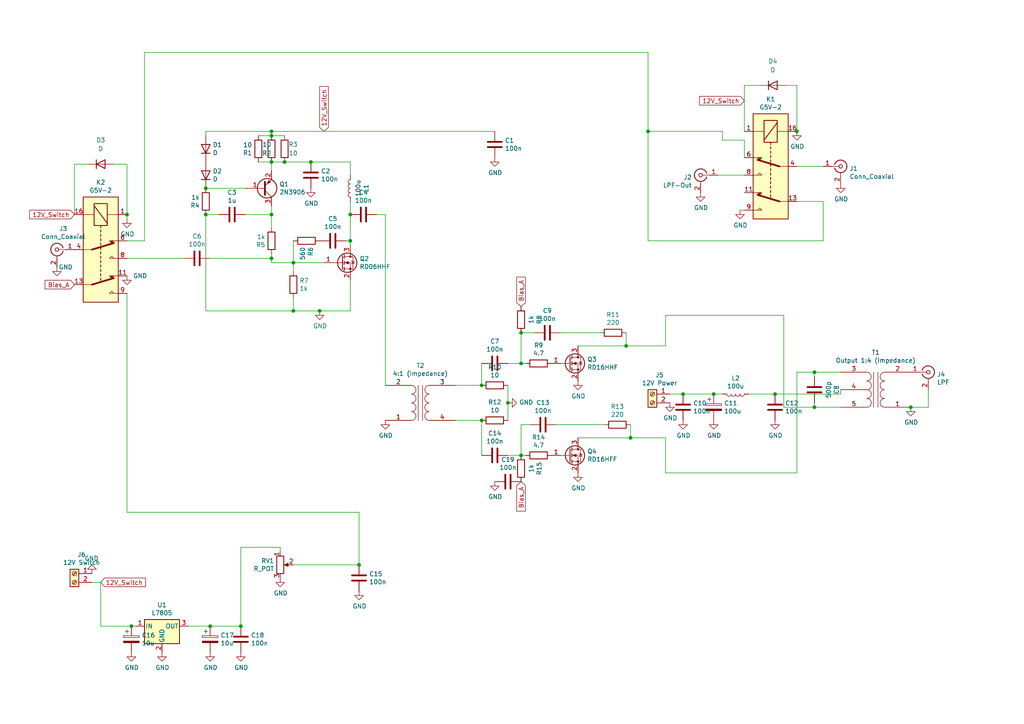
<source format=kicad_sch>
(kicad_sch (version 20211123) (generator eeschema)
  (paper "A4")
  (lib_symbols
    (symbol "Connector:Conn_Coaxial" (pin_names (offset 1.016) hide)
      (property "Reference" "J" (at 0.254 3.048 0))
      (property "Value" "Conn_Coaxial" (at 2.921 0 90))
      (symbol "Conn_Coaxial_0_1"
        (arc (start -1.778 -0.508) (mid 0.222 -1.808) (end 1.778 0) (stroke (width 0.254)))
        (polyline (pts (xy -2.54 0) (xy -0.508 0)))
        (polyline (pts (xy 0 -2.54) (xy 0 -1.778)))
        (circle (center 0 0) (radius 0.508) (stroke (width 0.2032)))
        (arc (start 1.778 0) (mid 0.222 1.8083) (end -1.778 0.508) (stroke (width 0.254)))
      )
      (symbol "Conn_Coaxial_1_1"
        (pin passive line (at -5.08 0 0) (length 2.54) (name "In") (number "1"))
        (pin passive line (at 0 -5.08 90) (length 2.54) (name "Ext") (number "2"))
      )
    )
    (symbol "Connector:Screw_Terminal_01x02" (pin_names (offset 1.016) hide)
      (property "Reference" "J" (at 0 2.54 0))
      (property "Value" "Screw_Terminal_01x02" (at 0 -5.08 0))
      (symbol "Screw_Terminal_01x02_1_1"
        (rectangle (start -1.27 1.27) (end 1.27 -3.81) (stroke (width 0.254)) (fill (type background)))
        (circle (center 0 -2.54) (radius 0.635) (stroke (width 0.1524)))
        (polyline (pts (xy -0.5334 -2.2098) (xy 0.3302 -3.048)) (stroke (width 0.1524)))
        (polyline (pts (xy -0.5334 0.3302) (xy 0.3302 -0.508)) (stroke (width 0.1524)))
        (polyline (pts (xy -0.3556 -2.032) (xy 0.508 -2.8702)) (stroke (width 0.1524)))
        (polyline (pts (xy -0.3556 0.508) (xy 0.508 -0.3302)) (stroke (width 0.1524)))
        (circle (center 0 0) (radius 0.635) (stroke (width 0.1524)))
        (pin passive line (at -5.08 0 0) (length 3.81) (name "Pin_1") (number "1"))
        (pin passive line (at -5.08 -2.54 0) (length 3.81) (name "Pin_2") (number "2"))
      )
    )
    (symbol "Device:C" (pin_numbers hide) (pin_names (offset 0.254))
      (property "Reference" "C" (at 0.635 2.54 0))
      (property "Value" "C" (at 0.635 -2.54 0))
      (symbol "C_0_1"
        (polyline (pts (xy -2.032 -0.762) (xy 2.032 -0.762)) (stroke (width 0.508)))
        (polyline (pts (xy -2.032 0.762) (xy 2.032 0.762)) (stroke (width 0.508)))
      )
      (symbol "C_1_1"
        (pin passive line (at 0 3.81 270) (length 2.794) (name "~") (number "1"))
        (pin passive line (at 0 -3.81 90) (length 2.794) (name "~") (number "2"))
      )
    )
    (symbol "Device:CP" (pin_numbers hide) (pin_names (offset 0.254))
      (property "Reference" "C" (at 0.635 2.54 0))
      (property "Value" "Device_CP" (at 0.635 -2.54 0))
      (symbol "CP_0_1"
        (rectangle (start -2.286 0.508) (end 2.286 1.016))
        (polyline (pts (xy -1.778 2.286) (xy -0.762 2.286)))
        (polyline (pts (xy -1.27 2.794) (xy -1.27 1.778)))
        (rectangle (start 2.286 -0.508) (end -2.286 -1.016) (fill (type outline)))
      )
      (symbol "CP_1_1"
        (pin passive line (at 0 3.81 270) (length 2.794) (name "~") (number "1"))
        (pin passive line (at 0 -3.81 90) (length 2.794) (name "~") (number "2"))
      )
    )
    (symbol "Device:D" (pin_numbers hide) (pin_names (offset 1.016) hide)
      (property "Reference" "D" (at 0 2.54 0))
      (property "Value" "D" (at 0 -2.54 0))
      (symbol "D_0_1"
        (polyline (pts (xy -1.27 1.27) (xy -1.27 -1.27)) (stroke (width 0.254)))
        (polyline (pts (xy 1.27 0) (xy -1.27 0)))
        (polyline (pts (xy 1.27 1.27) (xy 1.27 -1.27) (xy -1.27 0) (xy 1.27 1.27)) (stroke (width 0.254)))
      )
      (symbol "D_1_1"
        (pin passive line (at -3.81 0 0) (length 2.54) (name "K") (number "1"))
        (pin passive line (at 3.81 0 180) (length 2.54) (name "A") (number "2"))
      )
    )
    (symbol "Device:L" (pin_numbers hide) (pin_names (offset 1.016) hide)
      (property "Reference" "L" (at -1.27 0 90))
      (property "Value" "L" (at 1.905 0 90))
      (symbol "L_0_1"
        (arc (start 0 -2.54) (mid 0.635 -1.905) (end 0 -1.27))
        (arc (start 0 -1.27) (mid 0.635 -0.635) (end 0 0))
        (arc (start 0 0) (mid 0.635 0.635) (end 0 1.27))
        (arc (start 0 1.27) (mid 0.635 1.905) (end 0 2.54))
      )
      (symbol "L_1_1"
        (pin passive line (at 0 3.81 270) (length 1.27) (name "1") (number "1"))
        (pin passive line (at 0 -3.81 90) (length 1.27) (name "2") (number "2"))
      )
    )
    (symbol "Device:Q_NMOS_GSD" (pin_names (offset 0) hide)
      (property "Reference" "Q" (at 5.08 1.27 0))
      (property "Value" "Q_NMOS_GSD" (at 5.08 -1.27 0))
      (symbol "Q_NMOS_GSD_0_1"
        (polyline (pts (xy 0.254 0) (xy -2.54 0)))
        (polyline (pts (xy 0.254 1.905) (xy 0.254 -1.905)) (stroke (width 0.254)))
        (polyline (pts (xy 0.762 -1.27) (xy 0.762 -2.286)) (stroke (width 0.254)))
        (polyline (pts (xy 0.762 0.508) (xy 0.762 -0.508)) (stroke (width 0.254)))
        (polyline (pts (xy 0.762 2.286) (xy 0.762 1.27)) (stroke (width 0.254)))
        (polyline (pts (xy 2.54 2.54) (xy 2.54 1.778)))
        (polyline (pts (xy 2.54 -2.54) (xy 2.54 0) (xy 0.762 0)))
        (polyline (pts (xy 0.762 -1.778) (xy 3.302 -1.778) (xy 3.302 1.778) (xy 0.762 1.778)))
        (polyline (pts (xy 1.016 0) (xy 2.032 0.381) (xy 2.032 -0.381) (xy 1.016 0)) (fill (type outline)))
        (polyline (pts (xy 2.794 0.508) (xy 2.921 0.381) (xy 3.683 0.381) (xy 3.81 0.254)))
        (polyline (pts (xy 3.302 0.381) (xy 2.921 -0.254) (xy 3.683 -0.254) (xy 3.302 0.381)))
        (circle (center 1.651 0) (radius 2.794) (stroke (width 0.254)))
        (circle (center 2.54 -1.778) (radius 0.254) (fill (type outline)))
        (circle (center 2.54 1.778) (radius 0.254) (fill (type outline)))
      )
      (symbol "Q_NMOS_GSD_1_1"
        (pin input line (at -5.08 0 0) (length 2.54) (name "G") (number "1"))
        (pin passive line (at 2.54 -5.08 90) (length 2.54) (name "S") (number "2"))
        (pin passive line (at 2.54 5.08 270) (length 2.54) (name "D") (number "3"))
      )
    )
    (symbol "Device:R" (pin_numbers hide) (pin_names (offset 0))
      (property "Reference" "R" (at 2.032 0 90))
      (property "Value" "R" (at 0 0 90))
      (symbol "R_0_1"
        (rectangle (start -1.016 -2.54) (end 1.016 2.54) (stroke (width 0.254)))
      )
      (symbol "R_1_1"
        (pin passive line (at 0 3.81 270) (length 1.27) (name "~") (number "1"))
        (pin passive line (at 0 -3.81 90) (length 1.27) (name "~") (number "2"))
      )
    )
    (symbol "Device:R_POT" (pin_names (offset 1.016) hide)
      (property "Reference" "RV" (at -4.445 0 90))
      (property "Value" "Device_R_POT" (at -2.54 0 90))
      (symbol "R_POT_0_1"
        (polyline (pts (xy 2.54 0) (xy 1.524 0)))
        (polyline (pts (xy 1.143 0) (xy 2.286 0.508) (xy 2.286 -0.508) (xy 1.143 0)) (fill (type outline)))
        (rectangle (start 1.016 2.54) (end -1.016 -2.54) (stroke (width 0.254)))
      )
      (symbol "R_POT_1_1"
        (pin passive line (at 0 3.81 270) (length 1.27) (name "1") (number "1"))
        (pin passive line (at 3.81 0 180) (length 1.27) (name "2") (number "2"))
        (pin passive line (at 0 -3.81 90) (length 1.27) (name "3") (number "3"))
      )
    )
    (symbol "Device:Transformer_1P_1S" (pin_names (offset 1.016) hide)
      (property "Reference" "T" (at 0 6.35 0))
      (property "Value" "Transformer_1P_1S" (at 0 -7.62 0))
      (symbol "Transformer_1P_1S_0_1"
        (arc (start -2.54 -5.0546) (mid -1.6561 -4.6863) (end -1.27 -3.81))
        (arc (start -2.54 -2.5146) (mid -1.6561 -2.1463) (end -1.27 -1.27))
        (arc (start -2.54 0.0254) (mid -1.6561 0.3937) (end -1.27 1.27))
        (arc (start -2.54 2.5654) (mid -1.6561 2.9337) (end -1.27 3.81))
        (arc (start -1.27 -3.81) (mid -1.642 -2.912) (end -2.54 -2.54))
        (arc (start -1.27 -1.27) (mid -1.642 -0.372) (end -2.54 0))
        (arc (start -1.27 1.27) (mid -1.642 2.168) (end -2.54 2.54))
        (arc (start -1.27 3.81) (mid -1.642 4.708) (end -2.54 5.08))
        (polyline (pts (xy -0.635 5.08) (xy -0.635 -5.08)))
        (polyline (pts (xy 0.635 -5.08) (xy 0.635 5.08)))
        (arc (start 1.2954 -1.27) (mid 1.6599 -2.1501) (end 2.54 -2.5146))
        (arc (start 1.2954 1.27) (mid 1.6599 0.3899) (end 2.54 0.0254))
        (arc (start 1.2954 3.81) (mid 1.6599 2.9299) (end 2.54 2.5654))
        (arc (start 1.3208 -3.81) (mid 1.6853 -4.6901) (end 2.5654 -5.0546))
        (arc (start 2.54 0) (mid 1.6456 -0.3683) (end 1.2954 -1.27))
        (arc (start 2.54 2.54) (mid 1.6456 2.1717) (end 1.2954 1.27))
        (arc (start 2.54 5.08) (mid 1.6456 4.7117) (end 1.2954 3.81))
        (arc (start 2.5654 -2.54) (mid 1.671 -2.9083) (end 1.3208 -3.81))
      )
      (symbol "Transformer_1P_1S_1_1"
        (pin passive line (at -10.16 5.08 0) (length 7.62) (name "AA") (number "1"))
        (pin passive line (at -10.16 -5.08 0) (length 7.62) (name "AB") (number "2"))
        (pin passive line (at 10.16 -5.08 180) (length 7.62) (name "SA") (number "3"))
        (pin passive line (at 10.16 5.08 180) (length 7.62) (name "SB") (number "4"))
      )
    )
    (symbol "Device:Transformer_1P_SS" (pin_names (offset 1.016) hide)
      (property "Reference" "T" (at 0 6.35 0))
      (property "Value" "Transformer_1P_SS" (at 0 -7.62 0))
      (symbol "Transformer_1P_SS_0_1"
        (arc (start -2.54 -5.0546) (mid -1.6561 -4.6863) (end -1.27 -3.81))
        (arc (start -2.54 -2.5146) (mid -1.6561 -2.1463) (end -1.27 -1.27))
        (arc (start -2.54 0.0254) (mid -1.6561 0.3937) (end -1.27 1.27))
        (arc (start -2.54 2.5654) (mid -1.6561 2.9337) (end -1.27 3.81))
        (arc (start -1.27 -3.81) (mid -1.642 -2.912) (end -2.54 -2.54))
        (arc (start -1.27 -1.27) (mid -1.642 -0.372) (end -2.54 0))
        (arc (start -1.27 1.27) (mid -1.642 2.168) (end -2.54 2.54))
        (arc (start -1.27 3.81) (mid -1.642 4.708) (end -2.54 5.08))
        (polyline (pts (xy -0.635 5.08) (xy -0.635 -5.08)))
        (polyline (pts (xy 0.635 -5.08) (xy 0.635 5.08)))
        (arc (start 1.2954 -1.27) (mid 1.6599 -2.1501) (end 2.54 -2.5146))
        (arc (start 1.2954 1.27) (mid 1.6599 0.3899) (end 2.54 0.0254))
        (arc (start 1.2954 3.81) (mid 1.6599 2.9299) (end 2.54 2.5654))
        (arc (start 1.3208 -3.81) (mid 1.6853 -4.6901) (end 2.5654 -5.0546))
        (arc (start 2.54 0) (mid 1.6456 -0.3683) (end 1.2954 -1.27))
        (arc (start 2.54 2.54) (mid 1.6456 2.1717) (end 1.2954 1.27))
        (arc (start 2.54 5.08) (mid 1.6456 4.7117) (end 1.2954 3.81))
        (arc (start 2.5654 -2.54) (mid 1.671 -2.9083) (end 1.3208 -3.81))
      )
      (symbol "Transformer_1P_SS_1_1"
        (pin passive line (at -10.16 5.08 0) (length 7.62) (name "AA") (number "1"))
        (pin passive line (at -10.16 -5.08 0) (length 7.62) (name "AB") (number "2"))
        (pin passive line (at 10.16 -5.08 180) (length 7.62) (name "SA") (number "3"))
        (pin passive line (at 10.16 0 180) (length 7.62) (name "SC") (number "4"))
        (pin passive line (at 10.16 5.08 180) (length 7.62) (name "SB") (number "5"))
      )
    )
    (symbol "Regulator_Linear:L7805" (pin_names (offset 0.254))
      (property "Reference" "U" (at -3.81 3.175 0))
      (property "Value" "L7805" (at 0 3.175 0))
      (symbol "L7805_0_1"
        (rectangle (start -5.08 1.905) (end 5.08 -5.08) (stroke (width 0.254)) (fill (type background)))
      )
      (symbol "L7805_1_1"
        (pin power_in line (at -7.62 0 0) (length 2.54) (name "IN") (number "1"))
        (pin power_in line (at 0 -7.62 90) (length 2.54) (name "GND") (number "2"))
        (pin power_out line (at 7.62 0 180) (length 2.54) (name "OUT") (number "3"))
      )
    )
    (symbol "Relay:G5V-2"
      (property "Reference" "K" (at 16.51 3.81 0))
      (property "Value" "G5V-2" (at 16.51 1.27 0))
      (symbol "G5V-2_0_1"
        (rectangle (start -15.24 5.08) (end 15.24 -5.08) (stroke (width 0.254)) (fill (type background)))
        (rectangle (start -13.335 1.905) (end -6.985 -1.905) (stroke (width 0.254)))
        (polyline (pts (xy -12.7 -1.905) (xy -7.62 1.905)) (stroke (width 0.254)))
        (polyline (pts (xy -10.16 -5.08) (xy -10.16 -1.905)))
        (polyline (pts (xy -10.16 5.08) (xy -10.16 1.905)))
        (polyline (pts (xy -6.985 0) (xy -6.35 0)) (stroke (width 0.254)))
        (polyline (pts (xy -5.715 0) (xy -5.08 0)) (stroke (width 0.254)))
        (polyline (pts (xy -4.445 0) (xy -3.81 0)) (stroke (width 0.254)))
        (polyline (pts (xy -3.175 0) (xy -2.54 0)) (stroke (width 0.254)))
        (polyline (pts (xy -1.905 0) (xy -1.27 0)) (stroke (width 0.254)))
        (polyline (pts (xy -0.635 0) (xy 0 0)) (stroke (width 0.254)))
        (polyline (pts (xy 0 -2.54) (xy -1.905 3.81)) (stroke (width 0.508)))
        (polyline (pts (xy 0 -2.54) (xy 0 -5.08)))
        (polyline (pts (xy 0.635 0) (xy 1.27 0)) (stroke (width 0.254)))
        (polyline (pts (xy 1.905 0) (xy 2.54 0)) (stroke (width 0.254)))
        (polyline (pts (xy 3.175 0) (xy 3.81 0)) (stroke (width 0.254)))
        (polyline (pts (xy 4.445 0) (xy 5.08 0)) (stroke (width 0.254)))
        (polyline (pts (xy 5.715 0) (xy 6.35 0)) (stroke (width 0.254)))
        (polyline (pts (xy 6.985 0) (xy 7.62 0)) (stroke (width 0.254)))
        (polyline (pts (xy 8.255 0) (xy 8.89 0)) (stroke (width 0.254)))
        (polyline (pts (xy 10.16 -2.54) (xy 8.255 3.81)) (stroke (width 0.508)))
        (polyline (pts (xy 10.16 -2.54) (xy 10.16 -5.08)))
        (polyline (pts (xy -2.54 5.08) (xy -2.54 2.54) (xy -1.905 3.175) (xy -2.54 3.81)) (fill (type outline)))
        (polyline (pts (xy 2.54 5.08) (xy 2.54 2.54) (xy 1.905 3.175) (xy 2.54 3.81)))
        (polyline (pts (xy 7.62 5.08) (xy 7.62 2.54) (xy 8.255 3.175) (xy 7.62 3.81)) (fill (type outline)))
        (polyline (pts (xy 12.7 5.08) (xy 12.7 2.54) (xy 12.065 3.175) (xy 12.7 3.81)))
      )
      (symbol "G5V-2_1_1"
        (pin passive line (at -10.16 7.62 270) (length 2.54) (name "~") (number "1"))
        (pin passive line (at 7.62 7.62 270) (length 2.54) (name "~") (number "11"))
        (pin passive line (at 10.16 -7.62 90) (length 2.54) (name "~") (number "13"))
        (pin passive line (at -10.16 -7.62 90) (length 2.54) (name "~") (number "16"))
        (pin passive line (at 0 -7.62 90) (length 2.54) (name "~") (number "4"))
        (pin passive line (at -2.54 7.62 270) (length 2.54) (name "~") (number "6"))
        (pin passive line (at 2.54 7.62 270) (length 2.54) (name "~") (number "8"))
        (pin passive line (at 12.7 7.62 270) (length 2.54) (name "~") (number "9"))
      )
    )
    (symbol "phlib:2N3906" (pin_names (offset 0) hide)
      (property "Reference" "Q" (at 5.08 1.905 0))
      (property "Value" "2N3906" (at 5.08 0 0))
      (symbol "2N3906_0_1"
        (polyline (pts (xy 0.635 0.635) (xy 2.54 2.54)))
        (polyline (pts (xy 0.635 -0.635) (xy 2.54 -2.54) (xy 2.54 -2.54)))
        (polyline (pts (xy 0.635 1.905) (xy 0.635 -1.905) (xy 0.635 -1.905)) (stroke (width 0.508)))
        (polyline (pts (xy 2.286 -1.778) (xy 1.778 -2.286) (xy 1.27 -1.27) (xy 2.286 -1.778) (xy 2.286 -1.778)) (fill (type outline)))
        (circle (center 1.27 0) (radius 2.8194) (stroke (width 0.254)))
      )
      (symbol "2N3906_1_1"
        (pin input line (at -5.08 0 0) (length 5.715) (name "B") (number "1"))
        (pin passive line (at 2.54 -5.08 90) (length 2.54) (name "E") (number "2"))
        (pin passive line (at 2.54 5.08 270) (length 2.54) (name "C") (number "3"))
      )
    )
    (symbol "power:GND" (power) (pin_names (offset 0))
      (property "Value" "GND" (at 0 -3.81 0))
      (symbol "GND_0_1"
        (polyline (pts (xy 0 0) (xy 0 -1.27) (xy 1.27 -1.27) (xy 0 -2.54) (xy -1.27 -1.27) (xy 0 -1.27)))
      )
      (symbol "GND_1_1"
        (pin power_in line (at 0 0 270) (length 0) hide (name "GND") (number "1"))
      )
    )
  )
  (junction (at 224.79 114.3))
  (junction (at 236.22 107.95))
  (junction (at 101.6 69.85))
  (junction (at 78.74 39.37))
  (junction (at 78.74 46.99))
  (junction (at 38.1 181.61))
  (junction (at 207.01 114.3))
  (junction (at 104.14 163.83))
  (junction (at 198.12 114.3))
  (junction (at 151.13 105.41))
  (junction (at 59.69 54.61))
  (junction (at 151.13 132.08))
  (junction (at 231.14 38.1))
  (junction (at 69.85 181.61))
  (junction (at 264.16 118.11))
  (junction (at 101.6 62.23))
  (junction (at 147.32 116.84))
  (junction (at 187.96 38.1))
  (junction (at 85.09 90.17))
  (junction (at 90.17 46.99))
  (junction (at 181.61 100.33))
  (junction (at 182.88 127))
  (junction (at 36.83 62.23))
  (junction (at 78.74 62.23))
  (junction (at 82.55 46.99))
  (junction (at 139.7 111.76))
  (junction (at 60.96 181.61))
  (junction (at 236.22 118.11))
  (junction (at 139.7 121.92))
  (junction (at 85.09 76.2))
  (junction (at 59.69 62.23))
  (junction (at 78.74 38.1))
  (junction (at 78.74 74.93))
  (junction (at 92.71 90.17))
  (junction (at 151.13 96.52))
  (wire (pts (xy 208.28 50.8) (xy 215.9 50.8)))
  (wire (pts (xy 151.13 96.52) (xy 151.13 105.41)))
  (wire (pts (xy 231.14 24.765) (xy 231.14 38.1)))
  (wire (pts (xy 151.13 123.19) (xy 151.13 132.08)))
  (wire (pts (xy 78.74 62.23) (xy 78.74 66.04)))
  (wire (pts (xy 85.09 163.83) (xy 104.14 163.83)))
  (wire (pts (xy 231.14 107.95) (xy 236.22 107.95)))
  (wire (pts (xy 41.91 15.24) (xy 41.91 69.85)))
  (wire (pts (xy 193.04 137.16) (xy 231.14 137.16)))
  (wire (pts (xy 231.14 137.16) (xy 231.14 107.95)))
  (wire (pts (xy 215.9 38.1) (xy 215.9 24.765)))
  (wire (pts (xy 151.13 132.08) (xy 152.4 132.08)))
  (wire (pts (xy 69.85 158.75) (xy 69.85 181.61)))
  (wire (pts (xy 132.08 121.92) (xy 139.7 121.92)))
  (wire (pts (xy 33.02 47.625) (xy 36.83 47.625)))
  (wire (pts (xy 78.74 73.66) (xy 78.74 74.93)))
  (wire (pts (xy 224.79 114.3) (xy 243.84 114.3)))
  (wire (pts (xy 63.5 62.23) (xy 59.69 62.23)))
  (wire (pts (xy 21.59 47.625) (xy 25.4 47.625)))
  (wire (pts (xy 111.76 62.23) (xy 111.76 111.76)))
  (wire (pts (xy 90.17 46.99) (xy 101.6 46.99)))
  (wire (pts (xy 153.67 123.19) (xy 151.13 123.19)))
  (wire (pts (xy 151.13 105.41) (xy 152.4 105.41)))
  (wire (pts (xy 74.93 46.99) (xy 78.74 46.99)))
  (wire (pts (xy 21.59 62.23) (xy 21.59 47.625)))
  (wire (pts (xy 85.09 76.2) (xy 93.98 76.2)))
  (wire (pts (xy 85.09 69.85) (xy 85.09 76.2)))
  (wire (pts (xy 59.69 54.61) (xy 71.12 54.61)))
  (wire (pts (xy 154.94 96.52) (xy 151.13 96.52)))
  (wire (pts (xy 101.6 46.99) (xy 101.6 50.8)))
  (wire (pts (xy 78.74 62.23) (xy 78.74 59.69)))
  (wire (pts (xy 238.76 58.42) (xy 231.14 58.42)))
  (wire (pts (xy 69.85 158.75) (xy 81.28 158.75)))
  (wire (pts (xy 227.33 91.44) (xy 227.33 118.11)))
  (wire (pts (xy 236.22 116.84) (xy 236.22 118.11)))
  (wire (pts (xy 26.67 168.91) (xy 29.21 168.91)))
  (wire (pts (xy 198.12 114.3) (xy 207.01 114.3)))
  (wire (pts (xy 85.09 90.17) (xy 92.71 90.17)))
  (wire (pts (xy 54.61 181.61) (xy 60.96 181.61)))
  (wire (pts (xy 181.61 96.52) (xy 181.61 100.33)))
  (wire (pts (xy 236.22 107.95) (xy 243.84 107.95)))
  (wire (pts (xy 85.09 78.74) (xy 85.09 76.2)))
  (wire (pts (xy 78.74 46.99) (xy 82.55 46.99)))
  (wire (pts (xy 59.69 62.23) (xy 59.69 90.17)))
  (wire (pts (xy 60.96 181.61) (xy 69.85 181.61)))
  (wire (pts (xy 215.9 24.765) (xy 220.345 24.765)))
  (wire (pts (xy 193.04 127) (xy 193.04 137.16)))
  (wire (pts (xy 187.96 69.85) (xy 238.76 69.85)))
  (wire (pts (xy 147.32 105.41) (xy 151.13 105.41)))
  (wire (pts (xy 36.83 47.625) (xy 36.83 62.23)))
  (wire (pts (xy 161.29 123.19) (xy 175.26 123.19)))
  (wire (pts (xy 181.61 100.33) (xy 193.04 100.33)))
  (wire (pts (xy 193.04 91.44) (xy 193.04 100.33)))
  (wire (pts (xy 139.7 111.76) (xy 139.7 105.41)))
  (wire (pts (xy 227.33 118.11) (xy 236.22 118.11)))
  (wire (pts (xy 78.74 39.37) (xy 78.74 38.1)))
  (wire (pts (xy 104.14 148.59) (xy 104.14 163.83)))
  (wire (pts (xy 78.74 38.1) (xy 143.51 38.1)))
  (wire (pts (xy 81.28 158.75) (xy 81.28 160.02)))
  (wire (pts (xy 132.08 111.76) (xy 139.7 111.76)))
  (wire (pts (xy 187.96 38.1) (xy 209.55 38.1)))
  (wire (pts (xy 167.64 127) (xy 182.88 127)))
  (wire (pts (xy 78.74 76.2) (xy 85.09 76.2)))
  (wire (pts (xy 147.32 111.76) (xy 147.32 116.84)))
  (wire (pts (xy 147.32 132.08) (xy 151.13 132.08)))
  (wire (pts (xy 59.69 38.1) (xy 78.74 38.1)))
  (wire (pts (xy 85.09 86.36) (xy 85.09 90.17)))
  (wire (pts (xy 269.24 118.11) (xy 269.24 113.03)))
  (wire (pts (xy 29.21 181.61) (xy 38.1 181.61)))
  (wire (pts (xy 236.22 109.22) (xy 236.22 107.95)))
  (wire (pts (xy 71.12 62.23) (xy 78.74 62.23)))
  (wire (pts (xy 182.88 123.19) (xy 182.88 127)))
  (wire (pts (xy 101.6 81.28) (xy 101.6 90.17)))
  (wire (pts (xy 215.9 40.64) (xy 215.9 45.72)))
  (wire (pts (xy 92.71 90.17) (xy 101.6 90.17)))
  (wire (pts (xy 227.33 91.44) (xy 193.04 91.44)))
  (wire (pts (xy 147.32 116.84) (xy 147.32 121.92)))
  (wire (pts (xy 214.63 60.96) (xy 215.9 60.96)))
  (wire (pts (xy 36.83 69.85) (xy 41.91 69.85)))
  (wire (pts (xy 227.965 24.765) (xy 231.14 24.765)))
  (wire (pts (xy 187.96 38.1) (xy 187.96 69.85)))
  (wire (pts (xy 36.83 148.59) (xy 36.83 85.09)))
  (wire (pts (xy 74.93 39.37) (xy 78.74 39.37)))
  (wire (pts (xy 36.83 74.93) (xy 53.34 74.93)))
  (wire (pts (xy 82.55 46.99) (xy 90.17 46.99)))
  (wire (pts (xy 243.84 114.3) (xy 243.84 113.03)))
  (wire (pts (xy 38.1 181.61) (xy 39.37 181.61)))
  (wire (pts (xy 231.14 48.26) (xy 238.76 48.26)))
  (wire (pts (xy 173.99 96.52) (xy 162.56 96.52)))
  (wire (pts (xy 209.55 38.1) (xy 209.55 40.64)))
  (wire (pts (xy 167.64 100.33) (xy 181.61 100.33)))
  (wire (pts (xy 238.76 69.85) (xy 238.76 58.42)))
  (wire (pts (xy 59.69 90.17) (xy 85.09 90.17)))
  (wire (pts (xy 111.76 62.23) (xy 109.22 62.23)))
  (wire (pts (xy 36.83 63.5) (xy 36.83 62.23)))
  (wire (pts (xy 198.12 114.3) (xy 194.31 114.3)))
  (wire (pts (xy 207.01 114.3) (xy 209.55 114.3)))
  (wire (pts (xy 209.55 40.64) (xy 215.9 40.64)))
  (wire (pts (xy 187.96 15.24) (xy 187.96 38.1)))
  (wire (pts (xy 139.7 132.08) (xy 139.7 121.92)))
  (wire (pts (xy 101.6 62.23) (xy 101.6 69.85)))
  (wire (pts (xy 41.91 15.24) (xy 187.96 15.24)))
  (wire (pts (xy 78.74 46.99) (xy 78.74 49.53)))
  (wire (pts (xy 182.88 127) (xy 193.04 127)))
  (wire (pts (xy 78.74 74.93) (xy 78.74 76.2)))
  (wire (pts (xy 236.22 118.11) (xy 243.84 118.11)))
  (wire (pts (xy 264.16 118.11) (xy 269.24 118.11)))
  (wire (pts (xy 100.33 69.85) (xy 101.6 69.85)))
  (wire (pts (xy 59.69 39.37) (xy 59.69 38.1)))
  (wire (pts (xy 29.21 168.91) (xy 29.21 181.61)))
  (wire (pts (xy 101.6 69.85) (xy 101.6 71.12)))
  (wire (pts (xy 104.14 148.59) (xy 36.83 148.59)))
  (wire (pts (xy 101.6 58.42) (xy 101.6 62.23)))
  (wire (pts (xy 217.17 114.3) (xy 224.79 114.3)))
  (wire (pts (xy 60.96 74.93) (xy 78.74 74.93)))
  (wire (pts (xy 78.74 39.37) (xy 82.55 39.37)))
  (global_label "12V_Switch" (shape input) (at 215.9 29.21 180) (property "Intersheet References" "${INTERSHEET_REFS}" (effects hide)))
  (global_label "12V_Switch" (shape input) (at 29.21 168.91 0) (property "Intersheet References" "${INTERSHEET_REFS}" (effects hide)))
  (global_label "Bias_A" (shape input) (at 21.59 82.55 180) (property "Intersheet References" "${INTERSHEET_REFS}" (effects hide)))
  (global_label "Bias_A" (shape input) (at 151.13 139.7 270) (property "Intersheet References" "${INTERSHEET_REFS}" (effects hide)))
  (global_label "Bias_A" (shape input) (at 151.13 88.9 90) (property "Intersheet References" "${INTERSHEET_REFS}" (effects hide)))
  (global_label "12V_Switch" (shape input) (at 93.98 38.1 90) (property "Intersheet References" "${INTERSHEET_REFS}" (effects hide)))
  (global_label "12V_Switch" (shape input) (at 21.59 62.23 180) (property "Intersheet References" "${INTERSHEET_REFS}" (effects hide)))
  (symbol (lib_id "Device:C") (at 57.15 74.93 270) (unit 1)
    (property "Reference" "C6" (at 57.15 68.5292 90))
    (property "Value" "100n" (at 57.15 70.8406 90))
    (property "Footprint" "Capacitor_SMD:C_1206_3216Metric_Pad1.42x1.75mm_HandSolder" (effects hide))
  )
  (symbol (lib_id "Device:Q_NMOS_GSD") (at 99.06 76.2 0) (unit 1)
    (property "Reference" "Q2" (at 104.2924 75.0316 0) (effects (justify left)))
    (property "Value" "RD06HHF" (at 104.2924 77.343 0) (effects (justify left)))
    (property "Footprint" "Package_TO_SOT_THT:TO-220-3_Horizontal_TabDown" (effects hide))
    (property "Spice_Primitive" "M" (effects hide))
    (property "Spice_Model" "RD16HHF1" (effects hide))
    (property "Spice_Netlist_Enabled" "Y" (effects hide))
    (property "Spice_Lib_File" "H:\\OneDrive\\tubes\\kicad\\receiver-t\\rfamp\\2N5109.LIB" (effects hide))
  )
  (symbol (lib_id "power:GND") (at 92.71 90.17 0) (unit 1)
    (property "Reference" "#PWR010" (effects hide))
    (property "Value" "GND" (at 92.837 94.5642 0))
  )
  (symbol (lib_id "Device:C") (at 143.51 41.91 180) (unit 1)
    (property "Reference" "C1" (at 146.431 40.7416 0) (effects (justify right)))
    (property "Value" "100n" (at 146.431 43.053 0) (effects (justify right)))
    (property "Footprint" "Capacitor_SMD:C_1206_3216Metric_Pad1.42x1.75mm_HandSolder" (effects hide))
  )
  (symbol (lib_id "power:GND") (at 143.51 45.72 0) (unit 1)
    (property "Reference" "#PWR02" (effects hide))
    (property "Value" "GND" (at 143.637 50.1142 0))
  )
  (symbol (lib_id "Device:R") (at 156.21 132.08 270) (unit 1)
    (property "Reference" "R14" (at 156.21 126.8222 90))
    (property "Value" "4.7" (at 156.21 129.1336 90))
    (property "Footprint" "Resistor_SMD:R_1206_3216Metric_Pad1.42x1.75mm_HandSolder" (effects hide))
  )
  (symbol (lib_id "Device:R") (at 156.21 105.41 270) (unit 1)
    (property "Reference" "R9" (at 156.21 100.1522 90))
    (property "Value" "4.7" (at 156.21 102.4636 90))
    (property "Footprint" "Resistor_SMD:R_1206_3216Metric_Pad1.42x1.75mm_HandSolder" (effects hide))
  )
  (symbol (lib_id "power:GND") (at 167.64 110.49 0) (unit 1)
    (property "Reference" "#PWR011" (effects hide))
    (property "Value" "GND" (at 167.767 114.8842 0))
  )
  (symbol (lib_id "power:GND") (at 167.64 137.16 0) (unit 1)
    (property "Reference" "#PWR019" (effects hide))
    (property "Value" "GND" (at 167.767 141.5542 0))
  )
  (symbol (lib_id "Device:C") (at 143.51 105.41 270) (unit 1)
    (property "Reference" "C7" (at 143.51 99.0092 90))
    (property "Value" "100n" (at 143.51 101.3206 90))
    (property "Footprint" "Capacitor_SMD:C_1206_3216Metric_Pad1.42x1.75mm_HandSolder" (effects hide))
  )
  (symbol (lib_id "Device:R") (at 143.51 121.92 270) (unit 1)
    (property "Reference" "R12" (at 143.51 116.6622 90))
    (property "Value" "10" (at 143.51 118.9736 90))
    (property "Footprint" "Resistor_SMD:R_2512_6332Metric" (effects hide))
  )
  (symbol (lib_id "Device:R") (at 143.51 111.76 270) (unit 1)
    (property "Reference" "R10" (at 143.51 106.5022 90))
    (property "Value" "10" (at 143.51 108.8136 90))
    (property "Footprint" "Resistor_SMD:R_2512_6332Metric" (effects hide))
  )
  (symbol (lib_id "power:GND") (at 147.32 116.84 90) (unit 1)
    (property "Reference" "#PWR012" (effects hide))
    (property "Value" "GND" (at 150.5712 116.713 90) (effects (justify right)))
  )
  (symbol (lib_id "power:GND") (at 111.76 121.92 0) (unit 1)
    (property "Reference" "#PWR015" (effects hide))
    (property "Value" "GND" (at 111.887 126.3142 0))
  )
  (symbol (lib_id "Connector:Conn_Coaxial") (at 16.51 72.39 0) (mirror y) (unit 1)
    (property "Reference" "J3" (at 18.3388 66.3448 0))
    (property "Value" "Conn_Coaxial" (at 18.3388 68.6562 0))
    (property "Footprint" "Connector_Coaxial:SMA_Amphenol_132134_Vertical" (effects hide))
    (property "Datasheet" " ~" (effects hide))
  )
  (symbol (lib_id "power:GND") (at 16.51 77.47 0) (unit 1)
    (property "Reference" "#PWR08" (effects hide))
    (property "Value" "GND" (at 19.05 77.47 0))
  )
  (symbol (lib_id "Device:R") (at 151.13 92.71 180) (unit 1)
    (property "Reference" "R8" (at 156.3878 92.71 90))
    (property "Value" "1k" (at 154.0764 92.71 90))
    (property "Footprint" "Resistor_SMD:R_1206_3216Metric_Pad1.42x1.75mm_HandSolder" (effects hide))
  )
  (symbol (lib_id "Regulator_Linear:L7805") (at 46.99 181.61 0) (unit 1)
    (property "Reference" "U1" (at 46.99 175.4632 0))
    (property "Value" "L7805" (at 46.99 177.7746 0))
    (property "Footprint" "Package_TO_SOT_THT:TO-220-3_Vertical" (effects hide))
    (property "Datasheet" "http://www.st.com/content/ccc/resource/technical/document/datasheet/41/4f/b3/b0/12/d4/47/88/CD00000444.pdf/files/CD00000444.pdf/jcr:content/translations/en.CD00000444.pdf" (effects hide))
  )
  (symbol (lib_id "power:GND") (at 46.99 189.23 0) (unit 1)
    (property "Reference" "#PWR024" (effects hide))
    (property "Value" "GND" (at 47.117 193.6242 0))
  )
  (symbol (lib_id "Connector:Screw_Terminal_01x02") (at 21.59 166.37 0) (mirror y) (unit 1)
    (property "Reference" "J6" (at 23.6728 160.8582 0))
    (property "Value" "12V Switch" (at 23.6728 163.1696 0))
    (property "Footprint" "TerminalBlock_MetzConnect:TerminalBlock_MetzConnect_Type011_RT05502HBWC_1x02_P5.00mm_Horizontal" (effects hide))
  )
  (symbol (lib_id "Device:CP") (at 38.1 185.42 0) (unit 1)
    (property "Reference" "C16" (at 41.0972 184.2516 0) (effects (justify left)))
    (property "Value" "10u" (at 41.0972 186.563 0) (effects (justify left)))
    (property "Footprint" "Capacitor_SMD:C_1206_3216Metric_Pad1.42x1.75mm_HandSolder" (effects hide))
  )
  (symbol (lib_id "Device:CP") (at 60.96 185.42 0) (unit 1)
    (property "Reference" "C17" (at 63.9572 184.2516 0) (effects (justify left)))
    (property "Value" "10u" (at 63.9572 186.563 0) (effects (justify left)))
    (property "Footprint" "Capacitor_SMD:C_1206_3216Metric_Pad1.42x1.75mm_HandSolder" (effects hide))
  )
  (symbol (lib_id "power:GND") (at 60.96 189.23 0) (unit 1)
    (property "Reference" "#PWR025" (effects hide))
    (property "Value" "GND" (at 61.087 193.6242 0))
  )
  (symbol (lib_id "power:GND") (at 38.1 189.23 0) (unit 1)
    (property "Reference" "#PWR023" (effects hide))
    (property "Value" "GND" (at 38.227 193.6242 0))
  )
  (symbol (lib_id "Device:C") (at 69.85 185.42 180) (unit 1)
    (property "Reference" "C18" (at 72.771 184.2516 0) (effects (justify right)))
    (property "Value" "100n" (at 72.771 186.563 0) (effects (justify right)))
    (property "Footprint" "Capacitor_SMD:C_1206_3216Metric_Pad1.42x1.75mm_HandSolder" (effects hide))
  )
  (symbol (lib_id "power:GND") (at 69.85 189.23 0) (unit 1)
    (property "Reference" "#PWR026" (effects hide))
    (property "Value" "GND" (at 69.977 193.6242 0))
  )
  (symbol (lib_id "Device:R_POT") (at 81.28 163.83 0) (unit 1)
    (property "Reference" "RV1" (at 79.5274 162.6616 0) (effects (justify right)))
    (property "Value" "R_POT" (at 79.5274 164.973 0) (effects (justify right)))
    (property "Footprint" "Potentiometer_THT:Potentiometer_Bourns_3296W_Vertical" (effects hide))
  )
  (symbol (lib_id "power:GND") (at 81.28 167.64 0) (unit 1)
    (property "Reference" "#PWR021" (effects hide))
    (property "Value" "GND" (at 81.407 172.0342 0))
  )
  (symbol (lib_id "Device:C") (at 104.14 167.64 180) (unit 1)
    (property "Reference" "C15" (at 107.061 166.4716 0) (effects (justify right)))
    (property "Value" "100n" (at 107.061 168.783 0) (effects (justify right)))
    (property "Footprint" "Capacitor_SMD:C_1206_3216Metric_Pad1.42x1.75mm_HandSolder" (effects hide))
  )
  (symbol (lib_id "power:GND") (at 104.14 171.45 0) (unit 1)
    (property "Reference" "#PWR022" (effects hide))
    (property "Value" "GND" (at 104.267 175.8442 0))
  )
  (symbol (lib_id "Connector:Conn_Coaxial") (at 243.84 48.26 0) (unit 1)
    (property "Reference" "J1" (at 246.38 48.895 0) (effects (justify left)))
    (property "Value" "Conn_Coaxial" (at 246.38 51.2064 0) (effects (justify left)))
    (property "Footprint" "Connector_Coaxial:SMA_Amphenol_132134_Vertical" (effects hide))
    (property "Datasheet" " ~" (effects hide))
  )
  (symbol (lib_id "power:GND") (at 264.16 118.11 0) (unit 1)
    (property "Reference" "#PWR014" (effects hide))
    (property "Value" "GND" (at 264.287 122.5042 0))
  )
  (symbol (lib_id "power:GND") (at 243.84 53.34 0) (unit 1)
    (property "Reference" "#PWR03" (effects hide))
    (property "Value" "GND" (at 243.967 57.7342 0))
  )
  (symbol (lib_id "Relay:G5V-2") (at 29.21 72.39 270) (unit 1)
    (property "Reference" "K2" (at 29.21 52.9082 90))
    (property "Value" "G5V-2" (at 29.21 55.2196 90))
    (property "Footprint" "Relay_THT:Relay_DPDT_Omron_G5V-2" (effects hide))
    (property "Datasheet" "http://omronfs.omron.com/en_US/ecb/products/pdf/en-g5v_2.pdf" (effects hide))
  )
  (symbol (lib_id "power:GND") (at 36.83 63.5 0) (unit 1)
    (property "Reference" "#PWR07" (effects hide))
    (property "Value" "GND" (at 36.957 67.8942 0))
  )
  (symbol (lib_id "power:GND") (at 26.67 166.37 180) (unit 1)
    (property "Reference" "#PWR020" (effects hide))
    (property "Value" "GND" (at 26.543 161.9758 0))
  )
  (symbol (lib_id "Connector:Screw_Terminal_01x02") (at 189.23 114.3 0) (mirror y) (unit 1)
    (property "Reference" "J5" (at 191.3128 108.7882 0))
    (property "Value" "12V Power" (at 191.3128 111.0996 0))
    (property "Footprint" "TerminalBlock_MetzConnect:TerminalBlock_MetzConnect_Type011_RT05502HBWC_1x02_P5.00mm_Horizontal" (effects hide))
  )
  (symbol (lib_id "power:GND") (at 194.31 116.84 0) (unit 1)
    (property "Reference" "#PWR013" (effects hide))
    (property "Value" "GND" (at 194.437 121.2342 0))
  )
  (symbol (lib_id "Relay:G5V-2") (at 223.52 48.26 90) (mirror x) (unit 1)
    (property "Reference" "K1" (at 223.52 28.7782 90))
    (property "Value" "G5V-2" (at 223.52 31.0896 90))
    (property "Footprint" "Relay_THT:Relay_DPDT_Omron_G5V-2" (effects hide))
    (property "Datasheet" "http://omronfs.omron.com/en_US/ecb/products/pdf/en-g5v_2.pdf" (effects hide))
  )
  (symbol (lib_id "power:GND") (at 231.14 38.1 0) (unit 1)
    (property "Reference" "#PWR01" (effects hide))
    (property "Value" "GND" (at 231.267 42.4942 0))
  )
  (symbol (lib_id "Device:L") (at 213.36 114.3 270) (unit 1)
    (property "Reference" "L2" (at 213.36 109.7026 90))
    (property "Value" "100u" (at 213.36 112.014 90))
    (property "Footprint" "Inductor_THT:L_Axial_L5.0mm_D3.6mm_P10.00mm_Horizontal_Murata_BL01RN1A2A2" (effects hide))
  )
  (symbol (lib_id "Device:C") (at 198.12 118.11 180) (unit 1)
    (property "Reference" "C10" (at 201.041 116.9416 0) (effects (justify right)))
    (property "Value" "100n" (at 201.041 119.253 0) (effects (justify right)))
    (property "Footprint" "Capacitor_SMD:C_1206_3216Metric_Pad1.42x1.75mm_HandSolder" (effects hide))
  )
  (symbol (lib_id "power:GND") (at 198.12 121.92 0) (unit 1)
    (property "Reference" "#PWR016" (effects hide))
    (property "Value" "GND" (at 198.247 126.3142 0))
  )
  (symbol (lib_id "Device:C") (at 157.48 123.19 270) (unit 1)
    (property "Reference" "C13" (at 157.48 116.7892 90))
    (property "Value" "100n" (at 157.48 119.1006 90))
    (property "Footprint" "Capacitor_SMD:C_1206_3216Metric_Pad1.42x1.75mm_HandSolder" (effects hide))
  )
  (symbol (lib_id "Device:R") (at 179.07 123.19 270) (unit 1)
    (property "Reference" "R13" (at 179.07 117.9322 90))
    (property "Value" "220" (at 179.07 120.2436 90))
    (property "Footprint" "Resistor_SMD:R_2512_6332Metric" (effects hide))
  )
  (symbol (lib_id "Device:C") (at 158.75 96.52 270) (unit 1)
    (property "Reference" "C9" (at 158.75 90.1192 90))
    (property "Value" "100n" (at 158.75 92.4306 90))
    (property "Footprint" "Capacitor_SMD:C_1206_3216Metric_Pad1.42x1.75mm_HandSolder" (effects hide))
  )
  (symbol (lib_id "Device:R") (at 177.8 96.52 270) (unit 1)
    (property "Reference" "R11" (at 177.8 91.2622 90))
    (property "Value" "220" (at 177.8 93.5736 90))
    (property "Footprint" "Resistor_SMD:R_2512_6332Metric" (effects hide))
  )
  (symbol (lib_id "Device:Q_NMOS_GSD") (at 165.1 105.41 0) (unit 1)
    (property "Reference" "Q3" (at 170.3324 104.2416 0) (effects (justify left)))
    (property "Value" "RD16HHF" (at 170.3324 106.553 0) (effects (justify left)))
    (property "Footprint" "Package_TO_SOT_THT:TO-220-3_Horizontal_TabDown" (effects hide))
    (property "Datasheet" "http://www.irf.com/product-info/datasheets/data/irf540n.pdf" (effects hide))
  )
  (symbol (lib_id "Device:Q_NMOS_GSD") (at 165.1 132.08 0) (unit 1)
    (property "Reference" "Q4" (at 170.3324 130.9116 0) (effects (justify left)))
    (property "Value" "RD16HFF" (at 170.3324 133.223 0) (effects (justify left)))
    (property "Footprint" "Package_TO_SOT_THT:TO-220-3_Horizontal_TabDown" (effects hide))
    (property "Datasheet" "http://www.irf.com/product-info/datasheets/data/irf540n.pdf" (effects hide))
  )
  (symbol (lib_id "Device:C") (at 236.22 113.03 180) (unit 1)
    (property "Reference" "C8" (at 242.6208 113.03 90))
    (property "Value" "500p" (at 240.3094 113.03 90))
    (property "Footprint" "Capacitor_THT:C_Disc_D12.0mm_W4.4mm_P7.75mm" (effects hide))
  )
  (symbol (lib_id "Device:Transformer_1P_SS") (at 254 113.03 180) (unit 1)
    (property "Reference" "T1" (at 254 102.235 0))
    (property "Value" "Output 1:4 (Impedance)" (at 254 104.5464 0))
  )
  (symbol (lib_id "Connector:Conn_Coaxial") (at 269.24 107.95 0) (unit 1)
    (property "Reference" "J4" (at 271.78 108.585 0) (effects (justify left)))
    (property "Value" "LPF" (at 271.78 110.8964 0) (effects (justify left)))
    (property "Footprint" "Connector_Coaxial:SMA_Amphenol_132134_Vertical" (effects hide))
    (property "Datasheet" " ~" (effects hide))
  )
  (symbol (lib_id "power:GND") (at 203.2 55.88 0) (unit 1)
    (property "Reference" "#PWR05" (effects hide))
    (property "Value" "GND" (at 203.327 60.2742 0))
  )
  (symbol (lib_id "Connector:Conn_Coaxial") (at 203.2 50.8 0) (mirror y) (unit 1)
    (property "Reference" "J2" (at 200.66 51.435 0) (effects (justify left)))
    (property "Value" "LPF-Out" (at 200.66 53.7464 0) (effects (justify left)))
    (property "Footprint" "Connector_Coaxial:SMA_Amphenol_132134_Vertical" (effects hide))
    (property "Datasheet" " ~" (effects hide))
  )
  (symbol (lib_id "power:GND") (at 214.63 60.96 0) (unit 1)
    (property "Reference" "#PWR06" (effects hide))
    (property "Value" "GND" (at 214.757 65.3542 0))
  )
  (symbol (lib_id "power:GND") (at 36.83 80.01 0) (unit 1)
    (property "Reference" "#PWR09" (effects hide))
    (property "Value" "GND" (at 40.64 80.01 0))
  )
  (symbol (lib_id "Device:CP") (at 207.01 118.11 0) (unit 1)
    (property "Reference" "C11" (at 210.0072 116.9416 0) (effects (justify left)))
    (property "Value" "100u" (at 210.0072 119.253 0) (effects (justify left)))
    (property "Footprint" "Capacitor_THT:CP_Radial_D8.0mm_P5.00mm" (effects hide))
  )
  (symbol (lib_id "power:GND") (at 207.01 121.92 0) (unit 1)
    (property "Reference" "#PWR017" (effects hide))
    (property "Value" "GND" (at 207.137 126.3142 0))
  )
  (symbol (lib_id "Device:C") (at 224.79 118.11 180) (unit 1)
    (property "Reference" "C12" (at 227.711 116.9416 0) (effects (justify right)))
    (property "Value" "100n" (at 227.711 119.253 0) (effects (justify right)))
    (property "Footprint" "Capacitor_SMD:C_1206_3216Metric_Pad1.42x1.75mm_HandSolder" (effects hide))
  )
  (symbol (lib_id "power:GND") (at 224.79 121.92 0) (unit 1)
    (property "Reference" "#PWR018" (effects hide))
    (property "Value" "GND" (at 224.917 126.3142 0))
  )
  (symbol (lib_id "Device:R") (at 85.09 82.55 0) (unit 1)
    (property "Reference" "R7" (at 86.868 81.3816 0) (effects (justify left)))
    (property "Value" "1k" (at 86.868 83.693 0) (effects (justify left)))
    (property "Footprint" "Resistor_SMD:R_1206_3216Metric_Pad1.42x1.75mm_HandSolder" (effects hide))
  )
  (symbol (lib_id "Device:R") (at 78.74 69.85 180) (unit 1)
    (property "Reference" "R5" (at 76.962 71.0184 0) (effects (justify left)))
    (property "Value" "1k" (at 76.962 68.707 0) (effects (justify left)))
    (property "Footprint" "Resistor_SMD:R_1206_3216Metric_Pad1.42x1.75mm_HandSolder" (effects hide))
  )
  (symbol (lib_id "Device:C") (at 105.41 62.23 270) (unit 1)
    (property "Reference" "C4" (at 105.41 55.8292 90))
    (property "Value" "100n" (at 105.41 58.1406 90))
    (property "Footprint" "Capacitor_SMD:C_1206_3216Metric_Pad1.42x1.75mm_HandSolder" (effects hide))
  )
  (symbol (lib_id "phlib:2N3906") (at 76.2 54.61 0) (mirror x) (unit 1)
    (property "Reference" "Q1" (at 81.026 53.4416 0) (effects (justify left)))
    (property "Value" "2N3906" (at 81.026 55.753 0) (effects (justify left)))
    (property "Footprint" "Package_TO_SOT_SMD:SOT-23W" (effects hide))
    (property "Datasheet" "https://www.onsemi.com/pub/Collateral/2N3906-D.PDF" (effects hide))
  )
  (symbol (lib_id "Device:D") (at 59.69 43.18 90) (unit 1)
    (property "Reference" "D1" (at 61.6966 42.0116 90) (effects (justify right)))
    (property "Value" "D" (at 61.6966 44.323 90) (effects (justify right)))
    (property "Footprint" "Diode_SMD:D_SOD-123" (effects hide))
  )
  (symbol (lib_id "Device:D") (at 59.69 50.8 90) (unit 1)
    (property "Reference" "D2" (at 61.6966 49.6316 90) (effects (justify right)))
    (property "Value" "D" (at 61.6966 51.943 90) (effects (justify right)))
    (property "Footprint" "Diode_SMD:D_SOD-123" (effects hide))
  )
  (symbol (lib_id "Device:R") (at 59.69 58.42 180) (unit 1)
    (property "Reference" "R4" (at 57.912 59.5884 0) (effects (justify left)))
    (property "Value" "1k" (at 57.912 57.277 0) (effects (justify left)))
    (property "Footprint" "Resistor_SMD:R_1206_3216Metric_Pad1.42x1.75mm_HandSolder" (effects hide))
  )
  (symbol (lib_id "Device:C") (at 67.31 62.23 270) (unit 1)
    (property "Reference" "C3" (at 67.31 55.8292 90))
    (property "Value" "1u" (at 67.31 58.1406 90))
    (property "Footprint" "Capacitor_SMD:C_1206_3216Metric_Pad1.42x1.75mm_HandSolder" (effects hide))
  )
  (symbol (lib_id "Device:R") (at 74.93 43.18 180) (unit 1)
    (property "Reference" "R1" (at 73.152 44.3484 0) (effects (justify left)))
    (property "Value" "10" (at 73.152 42.037 0) (effects (justify left)))
    (property "Footprint" "Resistor_SMD:R_1206_3216Metric_Pad1.42x1.75mm_HandSolder" (effects hide))
  )
  (symbol (lib_id "Device:R") (at 78.74 43.18 180) (unit 1)
    (property "Reference" "R2" (at 78.74 44.45 0) (effects (justify left)))
    (property "Value" "10" (at 78.74 41.91 0) (effects (justify left)))
    (property "Footprint" "Resistor_SMD:R_1206_3216Metric_Pad1.42x1.75mm_HandSolder" (effects hide))
  )
  (symbol (lib_id "Device:R") (at 82.55 43.18 180) (unit 1)
    (property "Reference" "R3" (at 86.36 41.91 0) (effects (justify left)))
    (property "Value" "10" (at 86.36 44.45 0) (effects (justify left)))
    (property "Footprint" "Resistor_SMD:R_1206_3216Metric_Pad1.42x1.75mm_HandSolder" (effects hide))
  )
  (symbol (lib_id "Device:R") (at 88.9 69.85 270) (unit 1)
    (property "Reference" "R6" (at 90.0684 71.628 0) (effects (justify left)))
    (property "Value" "560" (at 87.757 71.628 0) (effects (justify left)))
    (property "Footprint" "Resistor_SMD:R_1206_3216Metric_Pad1.42x1.75mm_HandSolder" (effects hide))
  )
  (symbol (lib_id "Device:C") (at 96.52 69.85 270) (unit 1)
    (property "Reference" "C5" (at 96.52 63.4492 90))
    (property "Value" "100n" (at 96.52 65.7606 90))
    (property "Footprint" "Capacitor_SMD:C_1206_3216Metric_Pad1.42x1.75mm_HandSolder" (effects hide))
  )
  (symbol (lib_id "Device:C") (at 90.17 50.8 180) (unit 1)
    (property "Reference" "C2" (at 93.091 49.6316 0) (effects (justify right)))
    (property "Value" "100n" (at 93.091 51.943 0) (effects (justify right)))
    (property "Footprint" "Capacitor_SMD:C_1206_3216Metric_Pad1.42x1.75mm_HandSolder" (effects hide))
  )
  (symbol (lib_id "power:GND") (at 90.17 54.61 0) (unit 1)
    (property "Reference" "#PWR04" (effects hide))
    (property "Value" "GND" (at 90.297 59.0042 0))
  )
  (symbol (lib_id "Device:R") (at 151.13 135.89 180) (unit 1)
    (property "Reference" "R15" (at 156.3878 135.89 90))
    (property "Value" "1k" (at 154.0764 135.89 90))
    (property "Footprint" "Resistor_SMD:R_1206_3216Metric_Pad1.42x1.75mm_HandSolder" (effects hide))
  )
  (symbol (lib_id "Device:C") (at 143.51 132.08 270) (unit 1)
    (property "Reference" "C14" (at 143.51 125.6792 90))
    (property "Value" "100n" (at 143.51 127.9906 90))
    (property "Footprint" "Capacitor_SMD:C_1206_3216Metric_Pad1.42x1.75mm_HandSolder" (effects hide))
  )
  (symbol (lib_id "Device:C") (at 147.32 139.7 270) (unit 1)
    (property "Reference" "C19" (at 147.32 133.2992 90))
    (property "Value" "100n" (at 147.32 135.6106 90))
    (property "Footprint" "Capacitor_SMD:C_1206_3216Metric_Pad1.42x1.75mm_HandSolder" (effects hide))
  )
  (symbol (lib_id "power:GND") (at 143.51 139.7 0) (unit 1)
    (property "Reference" "#PWR027" (effects hide))
    (property "Value" "GND" (at 143.637 144.0942 0))
  )
  (symbol (lib_id "Device:L") (at 101.6 54.61 180) (unit 1)
    (property "Reference" "L1" (at 106.1974 54.61 90))
    (property "Value" "100u" (at 103.886 54.61 90))
    (property "Footprint" "Inductor_THT:L_Axial_L5.0mm_D3.6mm_P10.00mm_Horizontal_Murata_BL01RN1A2A2" (effects hide))
  )
  (symbol (lib_id "Device:Transformer_1P_1S") (at 121.92 116.84 0) (mirror x) (unit 1)
    (property "Reference" "T2" (at 121.92 106.045 0))
    (property "Value" "4:1 (Impedance)" (at 121.92 108.3564 0))
    (property "Footprint" "Transformer_THT:Transformer_Toroid_Horizontal_D14.0mm_Amidon-T50" (effects hide))
  )
  (symbol (lib_id "Device:D") (at 224.155 24.765 0) (unit 1)
    (property "Reference" "D4" (at 224.155 17.78 0))
    (property "Value" "D" (at 224.155 20.32 0))
    (property "Footprint" "Diode_THT:D_DO-41_SOD81_P5.08mm_Vertical_KathodeUp" (effects hide))
  )
  (symbol (lib_id "Device:D") (at 29.21 47.625 0) (unit 1)
    (property "Reference" "D3" (at 29.21 40.64 0))
    (property "Value" "D" (at 29.21 43.18 0))
    (property "Footprint" "Diode_THT:D_DO-41_SOD81_P5.08mm_Vertical_KathodeUp" (effects hide))
  )
)
</source>
